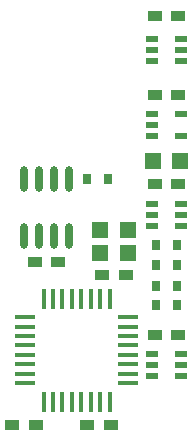
<source format=gtp>
G04 Layer_Color=8421504*
%FSAX44Y44*%
%MOMM*%
G71*
G01*
G75*
%ADD10R,1.0000X0.6000*%
%ADD11R,0.7500X0.9500*%
%ADD12R,1.3000X0.9000*%
%ADD13R,1.3500X1.4500*%
%ADD14O,0.6000X2.2000*%
%ADD15R,1.8000X0.4500*%
%ADD16R,0.4500X1.8000*%
D10*
X00597600Y01006450D02*
D03*
Y00996950D02*
D03*
Y00987450D02*
D03*
X00621600D02*
D03*
Y01006450D02*
D03*
Y00996950D02*
D03*
X00597600Y00866750D02*
D03*
Y00857250D02*
D03*
Y00847750D02*
D03*
X00621600D02*
D03*
Y00866750D02*
D03*
Y00857250D02*
D03*
Y00720750D02*
D03*
Y00730250D02*
D03*
Y00739750D02*
D03*
X00597600D02*
D03*
Y00720750D02*
D03*
Y00730250D02*
D03*
Y00942950D02*
D03*
Y00933450D02*
D03*
Y00923950D02*
D03*
X00621600D02*
D03*
Y00942950D02*
D03*
D11*
X00618600Y00815340D02*
D03*
X00600600D02*
D03*
X00600600Y00831850D02*
D03*
X00618600D02*
D03*
X00600600Y00797560D02*
D03*
X00618600D02*
D03*
X00618600Y00781050D02*
D03*
X00600600D02*
D03*
X00542180Y00887730D02*
D03*
X00560180D02*
D03*
D12*
X00619600Y01026160D02*
D03*
X00599600D02*
D03*
X00619600Y00883920D02*
D03*
X00599600D02*
D03*
Y00755650D02*
D03*
X00619600D02*
D03*
X00542450Y00679450D02*
D03*
X00562450D02*
D03*
X00555150Y00806450D02*
D03*
X00575150D02*
D03*
X00498950Y00679450D02*
D03*
X00478950D02*
D03*
X00498000Y00817880D02*
D03*
X00518000D02*
D03*
X00619600Y00958850D02*
D03*
X00599600D02*
D03*
D13*
X00553400Y00825500D02*
D03*
X00576900D02*
D03*
X00553400Y00844550D02*
D03*
X00576900D02*
D03*
X00621350Y00902970D02*
D03*
X00597850D02*
D03*
D14*
X00527050Y00887600D02*
D03*
X00514350D02*
D03*
X00501650D02*
D03*
X00488950D02*
D03*
X00527050Y00839600D02*
D03*
X00514350D02*
D03*
X00501650D02*
D03*
X00488950D02*
D03*
D15*
X00489900Y00714950D02*
D03*
Y00722950D02*
D03*
Y00730950D02*
D03*
Y00738950D02*
D03*
Y00746950D02*
D03*
Y00754950D02*
D03*
Y00762950D02*
D03*
Y00770950D02*
D03*
X00576900D02*
D03*
Y00762950D02*
D03*
Y00754950D02*
D03*
Y00746950D02*
D03*
Y00738950D02*
D03*
Y00730950D02*
D03*
Y00722950D02*
D03*
Y00714950D02*
D03*
D16*
X00505400Y00786450D02*
D03*
X00513400D02*
D03*
X00521400D02*
D03*
X00529400D02*
D03*
X00537400D02*
D03*
X00545400D02*
D03*
X00553400D02*
D03*
X00561400D02*
D03*
Y00699450D02*
D03*
X00553400D02*
D03*
X00545400D02*
D03*
X00537400D02*
D03*
X00529400D02*
D03*
X00521400D02*
D03*
X00513400D02*
D03*
X00505400D02*
D03*
M02*

</source>
